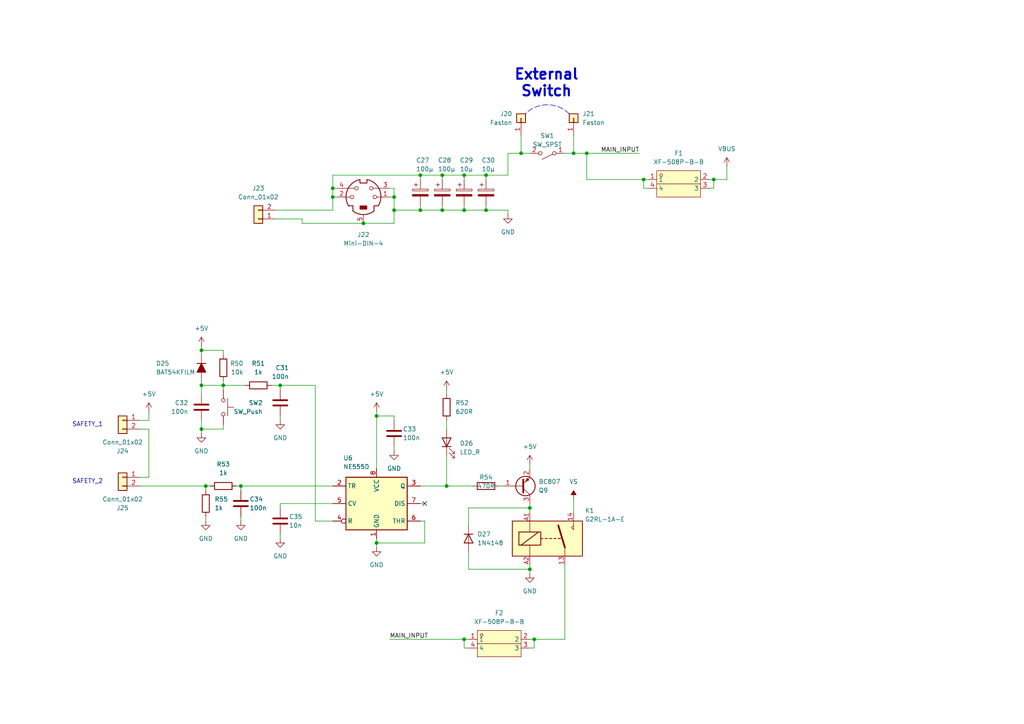
<source format=kicad_sch>
(kicad_sch (version 20250114) (generator "eeschema") (generator_version "9.0")
  (paper "A4")
  (title_block (title "Scorpion max V1") (rev "V1"))
  (lib_symbols
    (symbol "Connector:Mini-DIN-4" (pin_names (offset 1.016))
      (property "Reference" "J26" (at 0.0177 10.16 0))
      (property "Value" "Mini-DIN-4" (at 0.0177 7.62 0))
      (symbol "Mini-DIN-4_0_1"
        (polyline (pts (xy -4.318 -2.54) (xy -3.048 -2.54) (xy -3.048 -4.064)) (stroke (width 0.254)))
        (polyline (pts (xy -3.81 0) (xy -5.08 0)))
        (circle (center -3.302 0) (radius 0.508))
        (polyline (pts (xy -2.54 2.54) (xy -5.08 2.54)))
        (circle (center -2.032 2.54) (radius 0.508))
        (polyline (pts (xy -1.016 5.08) (xy -1.016 4.064) (xy 1.016 4.064) (xy 1.016 5.08)) (stroke (width 0.254)))
        (rectangle (start -1.016 -2.54) (end 1.016 -3.556) (fill (type outline)))
        (arc (start 3.048 -4.064) (mid 0 -5.08) (end -3.048 -4.064) (stroke (width 0.254)))
        (arc (start 1.016 5.08) (mid 4.6646 2.1356) (end 4.318 -2.54) (stroke (width 0.254)))
        (arc (start -4.318 -2.54) (mid -4.6241 2.1181) (end -1.016 5.08) (stroke (width 0.254)))
        (circle (center 2.286 2.54) (radius 0.508))
        (polyline (pts (xy 2.794 2.54) (xy 5.08 2.54)))
        (circle (center 3.302 0) (radius 0.508))
        (polyline (pts (xy 4.318 -2.54) (xy 3.048 -2.54) (xy 3.048 -4.064)) (stroke (width 0.254)))
        (polyline (pts (xy 5.08 0) (xy 3.81 0)))
      )
      (symbol "Mini-DIN-4_1_1"
        (pin passive line (at -7.62 2.54 0) (length 2.54) (name "~") (number "4"))
        (pin passive line (at -7.62 0 0) (length 2.54) (name "~") (number "2"))
        (pin passive line (at 0 -7.62 90) (length 2.54) (name "") (number "5"))
        (pin passive line (at 7.62 2.54 180) (length 2.54) (name "~") (number "3"))
        (pin passive line (at 7.62 0 180) (length 2.54) (name "~") (number "1"))
      )
    )
    (symbol "Connector_Generic:Conn_01x01" (pin_names (offset 1.016) (hide yes))
      (property "Reference" "J" (at 0 2.54 0))
      (property "Value" "Conn_01x01" (at 0 -2.54 0))
      (symbol "Conn_01x01_1_1"
        (rectangle (start -1.27 1.27) (end 1.27 -1.27) (stroke (width 0.254)) (fill (type background)))
        (rectangle (start -1.27 0.127) (end 0 -0.127) (stroke (width 0.1524)))
        (pin passive line (at -5.08 0 0) (length 3.81) (name "Pin_1") (number "1"))
      )
    )
    (symbol "Connector_Generic:Conn_01x02" (pin_names (offset 1.016) (hide yes))
      (property "Reference" "J" (at 0 2.54 0))
      (property "Value" "Conn_01x02" (at 0 -5.08 0))
      (symbol "Conn_01x02_1_1"
        (rectangle (start -1.27 1.27) (end 1.27 -3.81) (stroke (width 0.254)) (fill (type background)))
        (rectangle (start -1.27 0.127) (end 0 -0.127) (stroke (width 0.1524)))
        (rectangle (start -1.27 -2.413) (end 0 -2.667) (stroke (width 0.1524)))
        (pin passive line (at -5.08 0 0) (length 3.81) (name "Pin_1") (number "1"))
        (pin passive line (at -5.08 -2.54 0) (length 3.81) (name "Pin_2") (number "2"))
      )
    )
    (symbol "Device:C" (pin_numbers (hide yes)) (pin_names (offset 0.254))
      (property "Reference" "C" (at 0.635 2.54 0))
      (property "Value" "C" (at 0.635 -2.54 0))
      (symbol "C_0_1"
        (polyline (pts (xy -2.032 0.762) (xy 2.032 0.762)) (stroke (width 0.508)))
        (polyline (pts (xy -2.032 -0.762) (xy 2.032 -0.762)) (stroke (width 0.508)))
      )
      (symbol "C_1_1"
        (pin passive line (at 0 3.81 270) (length 2.794) (name "~") (number "1"))
        (pin passive line (at 0 -3.81 90) (length 2.794) (name "~") (number "2"))
      )
    )
    (symbol "Device:C_Polarized" (pin_numbers (hide yes)) (pin_names (offset 0.254))
      (property "Reference" "C" (at 0.635 2.54 0))
      (property "Value" "C_Polarized" (at 0.635 -2.54 0))
      (symbol "C_Polarized_0_1"
        (rectangle (start -2.286 0.508) (end 2.286 1.016))
        (polyline (pts (xy -1.778 2.286) (xy -0.762 2.286)))
        (polyline (pts (xy -1.27 2.794) (xy -1.27 1.778)))
        (rectangle (start 2.286 -0.508) (end -2.286 -1.016) (fill (type outline)))
      )
      (symbol "C_Polarized_1_1"
        (pin passive line (at 0 3.81 270) (length 2.794) (name "~") (number "1"))
        (pin passive line (at 0 -3.81 90) (length 2.794) (name "~") (number "2"))
      )
    )
    (symbol "Device:D" (pin_numbers (hide yes)) (pin_names (offset 1.016) (hide yes))
      (property "Reference" "D" (at 0 2.54 0))
      (property "Value" "D" (at 0 -2.54 0))
      (symbol "D_0_1"
        (polyline (pts (xy -1.27 1.27) (xy -1.27 -1.27)) (stroke (width 0.254)))
        (polyline (pts (xy 1.27 1.27) (xy 1.27 -1.27) (xy -1.27 0) (xy 1.27 1.27)) (stroke (width 0.254)))
        (polyline (pts (xy 1.27 0) (xy -1.27 0)))
      )
      (symbol "D_1_1"
        (pin passive line (at -3.81 0 0) (length 2.54) (name "K") (number "1"))
        (pin passive line (at 3.81 0 180) (length 2.54) (name "A") (number "2"))
      )
    )
    (symbol "Device:D_Filled" (pin_numbers (hide yes)) (pin_names (offset 1.016) (hide yes))
      (property "Reference" "D" (at 0 2.54 0))
      (property "Value" "D_Filled" (at 0 -2.54 0))
      (symbol "D_Filled_0_1"
        (polyline (pts (xy -1.27 1.27) (xy -1.27 -1.27)) (stroke (width 0.254)))
        (polyline (pts (xy 1.27 1.27) (xy 1.27 -1.27) (xy -1.27 0) (xy 1.27 1.27)) (stroke (width 0.254)) (fill (type outline)))
        (polyline (pts (xy 1.27 0) (xy -1.27 0)))
      )
      (symbol "D_Filled_1_1"
        (pin passive line (at -3.81 0 0) (length 2.54) (name "K") (number "1"))
        (pin passive line (at 3.81 0 180) (length 2.54) (name "A") (number "2"))
      )
    )
    (symbol "Device:LED" (pin_numbers (hide yes)) (pin_names (offset 1.016) (hide yes))
      (property "Reference" "D" (at 0 2.54 0))
      (property "Value" "LED" (at 0 -2.54 0))
      (symbol "LED_0_1"
        (polyline (pts (xy -3.048 -0.762) (xy -4.572 -2.286) (xy -3.81 -2.286) (xy -4.572 -2.286) (xy -4.572 -1.524)))
        (polyline (pts (xy -1.778 -0.762) (xy -3.302 -2.286) (xy -2.54 -2.286) (xy -3.302 -2.286) (xy -3.302 -1.524)))
        (polyline (pts (xy -1.27 0) (xy 1.27 0)))
        (polyline (pts (xy -1.27 -1.27) (xy -1.27 1.27)) (stroke (width 0.254)))
        (polyline (pts (xy 1.27 -1.27) (xy 1.27 1.27) (xy -1.27 0) (xy 1.27 -1.27)) (stroke (width 0.254)))
      )
      (symbol "LED_1_1"
        (pin passive line (at -3.81 0 0) (length 2.54) (name "K") (number "1"))
        (pin passive line (at 3.81 0 180) (length 2.54) (name "A") (number "2"))
      )
    )
    (symbol "Device:R" (pin_numbers (hide yes)) (pin_names (offset 0))
      (property "Reference" "R" (at 2.032 0 90))
      (property "Value" "R" (at 0 0 90))
      (symbol "R_0_1"
        (rectangle (start -1.016 -2.54) (end 1.016 2.54) (stroke (width 0.254)))
      )
      (symbol "R_1_1"
        (pin passive line (at 0 3.81 270) (length 1.27) (name "~") (number "1"))
        (pin passive line (at 0 -3.81 90) (length 1.27) (name "~") (number "2"))
      )
    )
    (symbol "LCSC:XF-508P-B-B"
      (property "Reference" "F" (at 0 6.35 0))
      (property "Value" "XF-508P-B-B" (at 0 -6.35 0))
      (symbol "XF-508P-B-B_0_1"
        (rectangle (start -6.35 3.81) (end 6.35 -3.81) (fill (type background)))
        (circle (center -5.08 2.54) (radius 0.38))
        (polyline (pts (xy 6.35 0) (xy -6.35 0)))
        (pin unspecified line (at -8.89 1.27 0) (length 2.54) (name "1") (number "1"))
        (pin unspecified line (at -8.89 -1.27 0) (length 2.54) (name "4") (number "4"))
        (pin unspecified line (at 8.89 1.27 180) (length 2.54) (name "2") (number "2"))
        (pin unspecified line (at 8.89 -1.27 180) (length 2.54) (name "3") (number "3"))
      )
    )
    (symbol "Relay:G2RL-1A-E"
      (property "Reference" "K" (at 11.43 3.81 0))
      (property "Value" "G2RL-1A-E" (at 11.43 1.27 0))
      (symbol "G2RL-1A-E_0_0"
        (polyline (pts (xy 7.62 5.08) (xy 7.62 2.54) (xy 6.985 3.175) (xy 7.62 3.81)))
      )
      (symbol "G2RL-1A-E_0_1"
        (rectangle (start -10.16 5.08) (end 10.16 -5.08) (stroke (width 0.254)) (fill (type background)))
        (rectangle (start -8.255 1.905) (end -1.905 -1.905) (stroke (width 0.254)))
        (polyline (pts (xy -7.62 -1.905) (xy -2.54 1.905)) (stroke (width 0.254)))
        (polyline (pts (xy -5.08 5.08) (xy -5.08 1.905)))
        (polyline (pts (xy -5.08 -5.08) (xy -5.08 -1.905)))
        (polyline (pts (xy -1.905 0) (xy -1.27 0)) (stroke (width 0.254)))
        (polyline (pts (xy -0.635 0) (xy 0 0)) (stroke (width 0.254)))
        (polyline (pts (xy 0.635 0) (xy 1.27 0)) (stroke (width 0.254)))
        (polyline (pts (xy 1.905 0) (xy 2.54 0)) (stroke (width 0.254)))
        (polyline (pts (xy 3.175 0) (xy 3.81 0)) (stroke (width 0.254)))
        (polyline (pts (xy 5.08 -2.54) (xy 3.175 3.81)) (stroke (width 0.508)))
        (polyline (pts (xy 5.08 -2.54) (xy 5.08 -5.08)))
      )
      (symbol "G2RL-1A-E_1_1"
        (pin passive line (at -5.08 7.62 270) (length 2.54) (name "~") (number "A1"))
        (pin passive line (at -5.08 -7.62 90) (length 2.54) (name "~") (number "A2"))
        (pin passive line (at 5.08 -7.62 90) (length 2.54) (name "~") (number "13"))
        (pin passive line (at 7.62 7.62 270) (length 2.54) (name "~") (number "14"))
      )
    )
    (symbol "Switch:SW_Push" (pin_numbers (hide yes)) (pin_names (offset 1.016) (hide yes))
      (property "Reference" "SW" (at 1.27 2.54 0))
      (property "Value" "SW_Push" (at 0 -1.524 0))
      (symbol "SW_Push_0_1"
        (circle (center -2.032 0) (radius 0.508))
        (polyline (pts (xy 0 1.27) (xy 0 3.048)))
        (circle (center 2.032 0) (radius 0.508))
        (polyline (pts (xy 2.54 1.27) (xy -2.54 1.27)))
        (pin passive line (at -5.08 0 0) (length 2.54) (name "1") (number "1"))
        (pin passive line (at 5.08 0 180) (length 2.54) (name "2") (number "2"))
      )
    )
    (symbol "Switch:SW_SPST" (pin_names (offset 0) (hide yes))
      (property "Reference" "SW1" (at 0 6.35 0))
      (property "Value" "SW_SPST" (at 0 3.81 0))
      (symbol "SW_SPST_0_0"
        (circle (center -2.032 0) (radius 0.508))
        (polyline (pts (xy -1.524 0.254) (xy 1.524 1.778)))
        (circle (center 2.032 0) (radius 0.508))
      )
      (symbol "SW_SPST_1_1"
        (pin passive line (at -5.08 0 0) (length 2.54) (name "A") (number "1"))
        (pin passive line (at 5.08 0 180) (length 2.54) (name "B") (number "2"))
      )
    )
    (symbol "Timer:NE555D"
      (property "Reference" "U" (at -10.16 8.89 0))
      (property "Value" "NE555D" (at 2.54 8.89 0))
      (symbol "NE555D_0_0"
        (pin power_in line (at 0 10.16 270) (length 2.54) (name "VCC") (number "8"))
        (pin power_in line (at 0 -10.16 90) (length 2.54) (name "GND") (number "1"))
      )
      (symbol "NE555D_0_1"
        (rectangle (start -8.89 -7.62) (end 8.89 7.62) (stroke (width 0.254)) (fill (type background)))
        (rectangle (start -8.89 -7.62) (end 8.89 7.62) (stroke (width 0.254)) (fill (type background)))
      )
      (symbol "NE555D_1_1"
        (pin input line (at -12.7 5.08 0) (length 3.81) (name "TR") (number "2"))
        (pin input line (at -12.7 0 0) (length 3.81) (name "CV") (number "5"))
        (pin input inverted (at -12.7 -5.08 0) (length 3.81) (name "R") (number "4"))
        (pin output line (at 12.7 5.08 180) (length 3.81) (name "Q") (number "3"))
        (pin input line (at 12.7 0 180) (length 3.81) (name "DIS") (number "7"))
        (pin input line (at 12.7 -5.08 180) (length 3.81) (name "THR") (number "6"))
      )
    )
    (symbol "Transistor_BJT:BC807" (pin_names (offset 0) (hide yes))
      (property "Reference" "Q" (at 5.08 1.905 0))
      (property "Value" "BC807" (at 5.08 0 0))
      (symbol "BC807_0_1"
        (polyline (pts (xy -2.54 0) (xy 0.635 0)))
        (polyline (pts (xy 0.635 1.905) (xy 0.635 -1.905)) (stroke (width 0.508)))
        (polyline (pts (xy 0.635 0.635) (xy 2.54 2.54)))
        (polyline (pts (xy 0.635 -0.635) (xy 2.54 -2.54)))
        (circle (center 1.27 0) (radius 2.8194) (stroke (width 0.254)))
        (polyline (pts (xy 2.286 -1.778) (xy 1.778 -2.286) (xy 1.27 -1.27) (xy 2.286 -1.778)) (fill (type outline)))
      )
      (symbol "BC807_1_1"
        (pin input line (at -5.08 0 0) (length 2.54) (name "B") (number "1"))
        (pin passive line (at 2.54 5.08 270) (length 2.54) (name "C") (number "3"))
        (pin passive line (at 2.54 -5.08 90) (length 2.54) (name "E") (number "2"))
      )
    )
    (symbol "power:+5V" (power) (pin_numbers (hide yes)) (pin_names (offset 0) (hide yes))
      (property "Value" "+5V" (at 0 3.556 0))
      (symbol "+5V_0_1"
        (polyline (pts (xy -0.762 1.27) (xy 0 2.54)))
        (polyline (pts (xy 0 2.54) (xy 0.762 1.27)))
        (polyline (pts (xy 0 0) (xy 0 2.54)))
      )
      (symbol "+5V_1_1"
        (pin power_in line (at 0 0 90) (length 0) (name "~") (number "1"))
      )
    )
    (symbol "power:GND" (power) (pin_numbers (hide yes)) (pin_names (offset 0) (hide yes))
      (property "Value" "GND" (at 0 -3.81 0))
      (symbol "GND_0_1"
        (polyline (pts (xy 0 0) (xy 0 -1.27) (xy 1.27 -1.27) (xy 0 -2.54) (xy -1.27 -1.27) (xy 0 -1.27)))
      )
      (symbol "GND_1_1"
        (pin power_in line (at 0 0 270) (length 0) (name "~") (number "1"))
      )
    )
    (symbol "power:VBUS" (power) (pin_numbers (hide yes)) (pin_names (offset 0) (hide yes))
      (property "Value" "VBUS" (at 0 3.556 0))
      (symbol "VBUS_0_1"
        (polyline (pts (xy -0.762 1.27) (xy 0 2.54)))
        (polyline (pts (xy 0 2.54) (xy 0.762 1.27)))
        (polyline (pts (xy 0 0) (xy 0 2.54)))
      )
      (symbol "VBUS_1_1"
        (pin power_in line (at 0 0 90) (length 0) (name "~") (number "1"))
      )
    )
    (symbol "power:VS" (power) (pin_numbers (hide yes)) (pin_names (offset 0) (hide yes))
      (property "Value" "VS" (at 0 3.556 0))
      (symbol "VS_0_1"
        (polyline (pts (xy 0 0) (xy 0 2.54)))
        (polyline (pts (xy 0.762 1.27) (xy -0.762 1.27) (xy 0 2.54) (xy 0.762 1.27)) (fill (type outline)))
      )
      (symbol "VS_1_1"
        (pin power_in line (at 0 0 90) (length 0) (name "~") (number "1"))
      )
    )
  )
  (arc (start 152.4 33.02) (mid 158.75 30.3897) (end 165.1 33.02) (stroke (width 0) (type dash)))
  (text "SAFETY_1" (at 25.4 123.19 0) (effects (font (size 1.27 1.27))))
  (text "External\nSwitch\n" (at 158.496 24.13 0) (effects (font (size 3 3) (thickness 0.6) (bold yes))))
  (text "SAFETY_2\n" (at 25.4 139.7 0) (effects (font (size 1.27 1.27))))
  (junction (at 207.01 52.07))
  (junction (at 151.13 44.45))
  (junction (at 166.37 44.45))
  (junction (at 134.62 60.96))
  (junction (at 96.52 57.15))
  (junction (at 154.94 185.42))
  (junction (at 134.62 50.8))
  (junction (at 96.52 54.61))
  (junction (at 140.97 50.8))
  (junction (at 153.67 165.1))
  (junction (at 128.27 50.8))
  (junction (at 58.42 124.46))
  (junction (at 114.3 60.96))
  (junction (at 129.54 140.97))
  (junction (at 58.42 111.76))
  (junction (at 121.92 60.96))
  (junction (at 134.62 185.42))
  (junction (at 170.18 44.45))
  (junction (at 69.85 140.97))
  (junction (at 140.97 60.96))
  (junction (at 64.77 111.76))
  (junction (at 186.69 52.07))
  (junction (at 153.67 147.32))
  (junction (at 81.28 111.76))
  (junction (at 121.92 50.8))
  (junction (at 114.3 57.15))
  (junction (at 128.27 60.96))
  (junction (at 109.22 157.48))
  (junction (at 59.69 140.97))
  (junction (at 109.22 120.65))
  (junction (at 105.41 64.77))
  (junction (at 58.42 101.6))
  (no_connect (at 123.19 146.05))
  (wire (pts (xy 81.28 146.05) (xy 81.28 147.32)))
  (wire (pts (xy 58.42 101.6) (xy 64.77 101.6)))
  (wire (pts (xy 135.89 152.4) (xy 135.89 147.32)))
  (wire (pts (xy 163.83 163.83) (xy 163.83 185.42)))
  (wire (pts (xy 69.85 140.97) (xy 96.52 140.97)))
  (wire (pts (xy 128.27 60.96) (xy 134.62 60.96)))
  (wire (pts (xy 140.97 50.8) (xy 147.32 50.8)))
  (wire (pts (xy 114.3 57.15) (xy 114.3 60.96)))
  (wire (pts (xy 64.77 110.49) (xy 64.77 111.76)))
  (wire (pts (xy 58.42 114.3) (xy 58.42 111.76)))
  (wire (pts (xy 134.62 60.96) (xy 140.97 60.96)))
  (wire (pts (xy 135.89 165.1) (xy 153.67 165.1)))
  (wire (pts (xy 170.18 44.45) (xy 170.18 52.07)))
  (wire (pts (xy 129.54 132.08) (xy 129.54 140.97)))
  (wire (pts (xy 59.69 151.13) (xy 59.69 149.86)))
  (wire (pts (xy 114.3 120.65) (xy 114.3 121.92)))
  (wire (pts (xy 91.44 111.76) (xy 91.44 151.13)))
  (wire (pts (xy 207.01 54.61) (xy 205.74 54.61)))
  (wire (pts (xy 114.3 54.61) (xy 113.03 54.61)))
  (wire (pts (xy 58.42 124.46) (xy 58.42 121.92)))
  (wire (pts (xy 113.03 185.42) (xy 134.62 185.42)))
  (wire (pts (xy 210.82 52.07) (xy 210.82 48.26)))
  (wire (pts (xy 121.92 140.97) (xy 129.54 140.97)))
  (wire (pts (xy 153.67 166.37) (xy 153.67 165.1)))
  (wire (pts (xy 147.32 62.23) (xy 147.32 60.96)))
  (wire (pts (xy 64.77 111.76) (xy 64.77 113.03)))
  (wire (pts (xy 186.69 54.61) (xy 187.96 54.61)))
  (wire (pts (xy 166.37 44.45) (xy 170.18 44.45)))
  (wire (pts (xy 87.63 64.77) (xy 105.41 64.77)))
  (wire (pts (xy 166.37 144.78) (xy 166.37 148.59)))
  (wire (pts (xy 58.42 111.76) (xy 58.42 110.49)))
  (wire (pts (xy 135.89 147.32) (xy 153.67 147.32)))
  (wire (pts (xy 80.01 60.96) (xy 96.52 60.96)))
  (wire (pts (xy 154.94 187.96) (xy 153.67 187.96)))
  (wire (pts (xy 96.52 60.96) (xy 96.52 57.15)))
  (wire (pts (xy 121.92 50.8) (xy 128.27 50.8)))
  (wire (pts (xy 129.54 124.46) (xy 129.54 121.92)))
  (wire (pts (xy 69.85 140.97) (xy 69.85 142.24)))
  (wire (pts (xy 58.42 125.73) (xy 58.42 124.46)))
  (wire (pts (xy 69.85 151.13) (xy 69.85 149.86)))
  (wire (pts (xy 166.37 39.37) (xy 166.37 44.45)))
  (wire (pts (xy 64.77 123.19) (xy 64.77 124.46)))
  (wire (pts (xy 96.52 54.61) (xy 96.52 50.8)))
  (wire (pts (xy 96.52 57.15) (xy 96.52 54.61)))
  (wire (pts (xy 58.42 100.33) (xy 58.42 101.6)))
  (wire (pts (xy 81.28 156.21) (xy 81.28 154.94)))
  (wire (pts (xy 151.13 39.37) (xy 151.13 44.45)))
  (wire (pts (xy 114.3 57.15) (xy 113.03 57.15)))
  (wire (pts (xy 140.97 59.69) (xy 140.97 60.96)))
  (wire (pts (xy 109.22 158.75) (xy 109.22 157.48)))
  (wire (pts (xy 153.67 165.1) (xy 153.67 163.83)))
  (wire (pts (xy 58.42 102.87) (xy 58.42 101.6)))
  (wire (pts (xy 40.64 138.43) (xy 43.18 138.43)))
  (wire (pts (xy 147.32 50.8) (xy 147.32 44.45)))
  (wire (pts (xy 129.54 113.03) (xy 129.54 114.3)))
  (wire (pts (xy 140.97 50.8) (xy 140.97 52.07)))
  (wire (pts (xy 40.64 121.92) (xy 43.18 121.92)))
  (wire (pts (xy 121.92 151.13) (xy 123.19 151.13)))
  (wire (pts (xy 135.89 160.02) (xy 135.89 165.1)))
  (wire (pts (xy 134.62 187.96) (xy 135.89 187.96)))
  (wire (pts (xy 81.28 146.05) (xy 96.52 146.05)))
  (wire (pts (xy 64.77 101.6) (xy 64.77 102.87)))
  (wire (pts (xy 128.27 50.8) (xy 134.62 50.8)))
  (wire (pts (xy 123.19 151.13) (xy 123.19 157.48)))
  (wire (pts (xy 123.19 157.48) (xy 109.22 157.48)))
  (wire (pts (xy 96.52 54.61) (xy 97.79 54.61)))
  (wire (pts (xy 144.78 140.97) (xy 146.05 140.97)))
  (wire (pts (xy 207.01 52.07) (xy 210.82 52.07)))
  (wire (pts (xy 109.22 135.89) (xy 109.22 120.65)))
  (wire (pts (xy 151.13 44.45) (xy 153.67 44.45)))
  (wire (pts (xy 114.3 64.77) (xy 105.41 64.77)))
  (wire (pts (xy 109.22 120.65) (xy 109.22 119.38)))
  (wire (pts (xy 134.62 50.8) (xy 140.97 50.8)))
  (wire (pts (xy 163.83 44.45) (xy 166.37 44.45)))
  (wire (pts (xy 80.01 63.5) (xy 87.63 63.5)))
  (wire (pts (xy 134.62 185.42) (xy 134.62 187.96)))
  (wire (pts (xy 207.01 52.07) (xy 207.01 54.61)))
  (wire (pts (xy 153.67 185.42) (xy 154.94 185.42)))
  (wire (pts (xy 97.79 57.15) (xy 96.52 57.15)))
  (wire (pts (xy 153.67 147.32) (xy 153.67 146.05)))
  (wire (pts (xy 170.18 52.07) (xy 186.69 52.07)))
  (wire (pts (xy 87.63 63.5) (xy 87.63 64.77)))
  (wire (pts (xy 114.3 54.61) (xy 114.3 57.15)))
  (wire (pts (xy 81.28 111.76) (xy 78.74 111.76)))
  (wire (pts (xy 68.58 140.97) (xy 69.85 140.97)))
  (wire (pts (xy 147.32 44.45) (xy 151.13 44.45)))
  (wire (pts (xy 96.52 50.8) (xy 121.92 50.8)))
  (wire (pts (xy 134.62 50.8) (xy 134.62 52.07)))
  (wire (pts (xy 121.92 50.8) (xy 121.92 52.07)))
  (wire (pts (xy 134.62 185.42) (xy 135.89 185.42)))
  (wire (pts (xy 96.52 151.13) (xy 91.44 151.13)))
  (wire (pts (xy 43.18 121.92) (xy 43.18 119.38)))
  (wire (pts (xy 109.22 120.65) (xy 114.3 120.65)))
  (wire (pts (xy 114.3 130.81) (xy 114.3 129.54)))
  (wire (pts (xy 43.18 124.46) (xy 40.64 124.46)))
  (wire (pts (xy 154.94 185.42) (xy 163.83 185.42)))
  (wire (pts (xy 114.3 60.96) (xy 114.3 64.77)))
  (wire (pts (xy 64.77 111.76) (xy 71.12 111.76)))
  (wire (pts (xy 81.28 113.03) (xy 81.28 111.76)))
  (wire (pts (xy 59.69 142.24) (xy 59.69 140.97)))
  (wire (pts (xy 186.69 52.07) (xy 186.69 54.61)))
  (wire (pts (xy 153.67 148.59) (xy 153.67 147.32)))
  (wire (pts (xy 121.92 60.96) (xy 128.27 60.96)))
  (wire (pts (xy 121.92 59.69) (xy 121.92 60.96)))
  (wire (pts (xy 114.3 60.96) (xy 121.92 60.96)))
  (wire (pts (xy 140.97 60.96) (xy 147.32 60.96)))
  (wire (pts (xy 205.74 52.07) (xy 207.01 52.07)))
  (wire (pts (xy 64.77 111.76) (xy 58.42 111.76)))
  (wire (pts (xy 153.67 134.62) (xy 153.67 135.89)))
  (wire (pts (xy 81.28 121.92) (xy 81.28 120.65)))
  (wire (pts (xy 40.64 140.97) (xy 59.69 140.97)))
  (wire (pts (xy 134.62 59.69) (xy 134.62 60.96)))
  (wire (pts (xy 121.92 146.05) (xy 123.19 146.05)))
  (wire (pts (xy 170.18 44.45) (xy 185.42 44.45)))
  (wire (pts (xy 81.28 111.76) (xy 91.44 111.76)))
  (wire (pts (xy 59.69 140.97) (xy 60.96 140.97)))
  (wire (pts (xy 64.77 124.46) (xy 58.42 124.46)))
  (wire (pts (xy 43.18 138.43) (xy 43.18 124.46)))
  (wire (pts (xy 128.27 50.8) (xy 128.27 52.07)))
  (wire (pts (xy 109.22 157.48) (xy 109.22 156.21)))
  (wire (pts (xy 128.27 59.69) (xy 128.27 60.96)))
  (wire (pts (xy 154.94 185.42) (xy 154.94 187.96)))
  (wire (pts (xy 186.69 52.07) (xy 187.96 52.07)))
  (wire (pts (xy 129.54 140.97) (xy 137.16 140.97)))
  (label "MAIN_INPUT" (at 113.03 185.42 0))
  (label "MAIN_INPUT" (at 185.42 44.45 180))
  (symbol (lib_id "power:GND") (at 114.3 130.81 0) (unit 1)
    (property "Reference" "#PWR0101" (effects (hide yes)))
    (property "Value" "GND" (at 114.3 135.89 0))
    (property "Description" "Power symbol creates a global label with name \"GND\" , ground" (effects (hide yes)))
  )
  (symbol (lib_id "Relay:G2RL-1A-E") (at 158.75 156.21 0) (unit 1)
    (property "Reference" "K1" (at 169.672 148.082 0) (effects (justify left)))
    (property "Value" "G2RL-1A-E" (at 169.672 150.622 0) (effects (justify left)))
    (property "Footprint" "Relay_THT:Relay_SPST_Omron_G2RL-1A-E" (effects (hide yes)))
    (property "Datasheet" "https://omronfs.omron.com/en_US/ecb/products/pdf/en-g2rl.pdf" (effects (hide yes)))
    (property "Description" "General Purpose Low Profile Relay SPST Through Hole High Capacity, Omron G2RL series, Normally Open, 16A 250VAC" (effects (hide yes)))
  )
  (symbol (lib_id "Connector_Generic:Conn_01x02") (at 35.56 121.92 0) (mirror y) (unit 1)
    (property "Reference" "J24" (at 35.56 130.81 0))
    (property "Value" "Conn_01x02" (at 35.56 128.27 0))
    (property "Footprint" "Connector_PinHeader_2.54mm:PinHeader_1x02_P2.54mm_Vertical" (effects (hide yes)))
    (property "Description" "Generic connector, single row, 01x02, script generated (kicad-library-utils/schlib/autogen/connector/)" (effects (hide yes)))
  )
  (symbol (lib_id "Connector_Generic:Conn_01x01") (at 151.13 34.29 270) (mirror x) (unit 1)
    (property "Reference" "J20" (at 148.59 33.0199 90) (effects (justify right)))
    (property "Value" "Faston" (at 148.59 35.5599 90) (effects (justify right)))
    (property "Footprint" "LCSC:CONN-TH_63849-1" (effects (hide yes)))
    (property "Description" "Generic connector, single row, 01x01, script generated (kicad-library-utils/schlib/autogen/connector/)" (effects (hide yes)))
  )
  (symbol (lib_id "Device:C_Polarized") (at 140.97 55.88 0) (unit 1)
    (property "Reference" "C30" (at 139.7 46.482 0) (effects (justify left)))
    (property "Value" "10μ" (at 139.7 49.022 0) (effects (justify left)))
    (property "Footprint" "Capacitor_SMD:CP_Elec_6.3x5.8" (effects (hide yes)))
    (property "Description" "Polarized capacitor" (effects (hide yes)))
  )
  (symbol (lib_id "Device:D_Filled") (at 58.42 106.68 90) (mirror x) (unit 1)
    (property "Reference" "D25" (at 45.212 105.41 90) (effects (justify right)))
    (property "Value" "BAT54KFILM" (at 45.212 107.95 90) (effects (justify right)))
    (property "Footprint" "Diode_SMD:D_SOD-523" (effects (hide yes)))
    (property "Description" "Diode, filled shape" (effects (hide yes)))
    (property "Sim.Device" "D" (effects (hide yes)))
    (property "Sim.Pins" "1=K 2=A" (effects (hide yes)))
  )
  (symbol (lib_id "Timer:NE555D") (at 109.22 146.05 0) (unit 1)
    (property "Reference" "U6" (at 99.568 132.842 0) (effects (justify left)))
    (property "Value" "NE555D" (at 99.568 135.382 0) (effects (justify left)))
    (property "Footprint" "Package_SO:SOIC-8_3.9x4.9mm_P1.27mm" (effects (hide yes)))
    (property "Datasheet" "http://www.ti.com/lit/ds/symlink/ne555.pdf" (effects (hide yes)))
    (property "Description" "Precision Timers, 555 compatible, SOIC-8" (effects (hide yes)))
  )
  (symbol (lib_id "Device:R") (at 129.54 118.11 180) (unit 1)
    (property "Reference" "R52" (at 132.08 116.8399 0) (effects (justify right)))
    (property "Value" "620R" (at 132.08 119.3799 0) (effects (justify right)))
    (property "Footprint" "Resistor_SMD:R_0603_1608Metric" (effects (hide yes)))
    (property "Description" "Resistor" (effects (hide yes)))
  )
  (symbol (lib_id "Switch:SW_SPST") (at 158.75 44.45 180) (unit 1)
    (property "Reference" "SW1" (at 158.75 39.37 0))
    (property "Value" "SW_SPST" (at 158.75 41.91 0))
    (property "Footprint" "LCSC:SW-TH_SDDJF31100" (effects (hide yes)))
    (property "Description" "Single Pole Single Throw (SPST) switch" (effects (hide yes)))
  )
  (symbol (lib_id "Transistor_BJT:BC807") (at 151.13 140.97 0) (mirror x) (unit 1)
    (property "Reference" "Q9" (at 156.21 142.2401 0) (effects (justify left)))
    (property "Value" "BC807" (at 156.21 139.7001 0) (effects (justify left)))
    (property "Footprint" "Package_TO_SOT_SMD:SOT-23" (effects (hide yes)))
    (property "Datasheet" "https://www.onsemi.com/pub/Collateral/BC808-D.pdf" (effects (hide yes)))
    (property "Description" "0.8A Ic, 45V Vce, PNP Transistor, SOT-23" (effects (hide yes)))
  )
  (symbol (lib_id "Device:C") (at 58.42 118.11 0) (mirror y) (unit 1)
    (property "Reference" "C32" (at 54.61 116.8399 0) (effects (justify left)))
    (property "Value" "100n" (at 54.61 119.3799 0) (effects (justify left)))
    (property "Footprint" "Capacitor_SMD:C_0603_1608Metric" (effects (hide yes)))
    (property "Description" "Unpolarized capacitor" (effects (hide yes)))
  )
  (symbol (lib_id "power:GND") (at 58.42 125.73 0) (mirror y) (unit 1)
    (property "Reference" "#PWR0100" (effects (hide yes)))
    (property "Value" "GND" (at 58.42 130.81 0))
    (property "Description" "Power symbol creates a global label with name \"GND\" , ground" (effects (hide yes)))
  )
  (symbol (lib_id "Device:R") (at 140.97 140.97 90) (unit 1)
    (property "Reference" "R54" (at 140.97 138.43 90))
    (property "Value" "470R" (at 140.97 140.97 90))
    (property "Footprint" "Resistor_SMD:R_0603_1608Metric" (effects (hide yes)))
    (property "Description" "Resistor" (effects (hide yes)))
  )
  (symbol (lib_id "power:GND") (at 147.32 62.23 0) (unit 1)
    (property "Reference" "#PWR094" (effects (hide yes)))
    (property "Value" "GND" (at 147.32 67.31 0))
    (property "Description" "Power symbol creates a global label with name \"GND\" , ground" (effects (hide yes)))
  )
  (symbol (lib_id "power:+5V") (at 153.67 134.62 0) (unit 1)
    (property "Reference" "#PWR0102" (effects (hide yes)))
    (property "Value" "+5V" (at 153.67 129.54 0))
    (property "Description" "Power symbol creates a global label with name \"+5V\"" (effects (hide yes)))
  )
  (symbol (lib_id "Device:C_Polarized") (at 121.92 55.88 0) (unit 1)
    (property "Reference" "C27" (at 120.65 46.482 0) (effects (justify left)))
    (property "Value" "100μ" (at 120.65 49.022 0) (effects (justify left)))
    (property "Footprint" "Capacitor_SMD:CP_Elec_10x10" (effects (hide yes)))
    (property "Description" "Polarized capacitor" (effects (hide yes)))
  )
  (symbol (lib_id "power:GND") (at 109.22 158.75 0) (unit 1)
    (property "Reference" "#PWR0107" (effects (hide yes)))
    (property "Value" "GND" (at 109.22 163.83 0))
    (property "Description" "Power symbol creates a global label with name \"GND\" , ground" (effects (hide yes)))
  )
  (symbol (lib_id "power:GND") (at 81.28 156.21 0) (unit 1)
    (property "Reference" "#PWR0106" (effects (hide yes)))
    (property "Value" "GND" (at 81.28 161.29 0))
    (property "Description" "Power symbol creates a global label with name \"GND\" , ground" (effects (hide yes)))
  )
  (symbol (lib_id "Connector_Generic:Conn_01x02") (at 74.93 63.5 180) (unit 1)
    (property "Reference" "J23" (at 74.93 54.61 0))
    (property "Value" "Conn_01x02" (at 74.93 57.15 0))
    (property "Footprint" "LCSC:CONN-TH_MKDS3-2-5.08" (effects (hide yes)))
    (property "Description" "Generic connector, single row, 01x02, script generated (kicad-library-utils/schlib/autogen/connector/)" (effects (hide yes)))
  )
  (symbol (lib_id "power:GND") (at 153.67 166.37 0) (unit 1)
    (property "Reference" "#PWR0108" (effects (hide yes)))
    (property "Value" "GND" (at 153.67 171.45 0))
    (property "Description" "Power symbol creates a global label with name \"GND\" , ground" (effects (hide yes)))
  )
  (symbol (lib_id "power:GND") (at 69.85 151.13 0) (unit 1)
    (property "Reference" "#PWR0105" (effects (hide yes)))
    (property "Value" "GND" (at 69.85 156.21 0))
    (property "Description" "Power symbol creates a global label with name \"GND\" , ground" (effects (hide yes)))
  )
  (symbol (lib_id "power:+5V") (at 58.42 100.33 0) (unit 1)
    (property "Reference" "#PWR095" (effects (hide yes)))
    (property "Value" "+5V" (at 58.42 95.25 0))
    (property "Description" "Power symbol creates a global label with name \"+5V\"" (effects (hide yes)))
  )
  (symbol (lib_id "LCSC:XF-508P-B-B") (at 196.85 53.34 0) (unit 1)
    (property "Reference" "F1" (at 196.85 44.45 0))
    (property "Value" "XF-508P-B-B" (at 196.85 46.99 0))
    (property "Footprint" "LCSC:FUSE-TH_4P-L16.0-W6.7" (effects (hide yes)))
    (property "LCSC Part" "C19727305" (effects (hide yes)))
  )
  (symbol (lib_id "Device:C") (at 69.85 146.05 0) (unit 1)
    (property "Reference" "C34" (at 72.39 144.78 0) (effects (justify left)))
    (property "Value" "100n" (at 72.39 147.32 0) (effects (justify left)))
    (property "Footprint" "Capacitor_SMD:C_0603_1608Metric" (effects (hide yes)))
    (property "Description" "Unpolarized capacitor" (effects (hide yes)))
  )
  (symbol (lib_id "Device:C") (at 81.28 151.13 0) (unit 1)
    (property "Reference" "C35" (at 83.82 149.86 0) (effects (justify left)))
    (property "Value" "10n" (at 83.82 152.4 0) (effects (justify left)))
    (property "Footprint" "Capacitor_SMD:C_0603_1608Metric" (effects (hide yes)))
    (property "Description" "Unpolarized capacitor" (effects (hide yes)))
  )
  (symbol (lib_id "Switch:SW_Push") (at 64.77 118.11 270) (mirror x) (unit 1)
    (property "Reference" "SW2" (at 76.2 116.84 90) (effects (justify right)))
    (property "Value" "SW_Push" (at 76.2 119.38 90) (effects (justify right)))
    (property "Footprint" "SamacSys_Parts:B3F3120" (effects (hide yes)))
    (property "Description" "Push button switch, generic, two pins" (effects (hide yes)))
  )
  (symbol (lib_id "Connector_Generic:Conn_01x01") (at 166.37 34.29 90) (unit 1)
    (property "Reference" "J21" (at 168.91 33.0199 90) (effects (justify right)))
    (property "Value" "Faston" (at 168.91 35.5599 90) (effects (justify right)))
    (property "Footprint" "LCSC:CONN-TH_63849-1" (effects (hide yes)))
    (property "Description" "Generic connector, single row, 01x01, script generated (kicad-library-utils/schlib/autogen/connector/)" (effects (hide yes)))
  )
  (symbol (lib_id "Device:C_Polarized") (at 128.27 55.88 0) (unit 1)
    (property "Reference" "C28" (at 127 46.482 0) (effects (justify left)))
    (property "Value" "100μ" (at 127 49.022 0) (effects (justify left)))
    (property "Footprint" "Capacitor_SMD:CP_Elec_10x10" (effects (hide yes)))
    (property "Description" "Polarized capacitor" (effects (hide yes)))
  )
  (symbol (lib_id "Device:LED") (at 129.54 128.27 90) (unit 1)
    (property "Reference" "D26" (at 133.35 128.5874 90) (effects (justify right)))
    (property "Value" "LED_R" (at 133.35 131.1274 90) (effects (justify right)))
    (property "Footprint" "LED_SMD:LED_0603_1608Metric" (effects (hide yes)))
    (property "Description" "Light emitting diode" (effects (hide yes)))
    (property "Sim.Pins" "1=K 2=A" (effects (hide yes)))
  )
  (symbol (lib_id "power:GND") (at 81.28 121.92 0) (mirror y) (unit 1)
    (property "Reference" "#PWR099" (effects (hide yes)))
    (property "Value" "GND" (at 81.28 127 0))
    (property "Description" "Power symbol creates a global label with name \"GND\" , ground" (effects (hide yes)))
  )
  (symbol (lib_id "Device:D") (at 135.89 156.21 270) (unit 1)
    (property "Reference" "D27" (at 138.43 154.9399 90) (effects (justify left)))
    (property "Value" "1N4148" (at 138.43 157.4799 90) (effects (justify left)))
    (property "Footprint" "Diode_SMD:D_SOD-523" (effects (hide yes)))
    (property "Description" "Diode" (effects (hide yes)))
    (property "Sim.Device" "D" (effects (hide yes)))
    (property "Sim.Pins" "1=K 2=A" (effects (hide yes)))
  )
  (symbol (lib_id "LCSC:XF-508P-B-B") (at 144.78 186.69 0) (unit 1)
    (property "Reference" "F2" (at 144.78 177.8 0))
    (property "Value" "XF-508P-B-B" (at 144.78 180.34 0))
    (property "Footprint" "LCSC:FUSE-TH_4P-L16.0-W6.7" (effects (hide yes)))
    (property "LCSC Part" "C19727305" (effects (hide yes)))
  )
  (symbol (lib_id "power:VBUS") (at 210.82 48.26 0) (unit 1)
    (property "Reference" "#PWR093" (effects (hide yes)))
    (property "Value" "VBUS" (at 210.82 43.18 0))
    (property "Description" "Power symbol creates a global label with name \"VBUS\"" (effects (hide yes)))
  )
  (symbol (lib_id "Device:C") (at 114.3 125.73 0) (unit 1)
    (property "Reference" "C33" (at 116.84 124.46 0) (effects (justify left)))
    (property "Value" "100n" (at 116.84 127 0) (effects (justify left)))
    (property "Footprint" "Capacitor_SMD:C_0603_1608Metric" (effects (hide yes)))
    (property "Description" "Unpolarized capacitor" (effects (hide yes)))
  )
  (symbol (lib_id "Device:C_Polarized") (at 134.62 55.88 0) (unit 1)
    (property "Reference" "C29" (at 133.35 46.482 0) (effects (justify left)))
    (property "Value" "10μ" (at 133.35 49.022 0) (effects (justify left)))
    (property "Footprint" "Capacitor_SMD:CP_Elec_6.3x5.8" (effects (hide yes)))
    (property "Description" "Polarized capacitor" (effects (hide yes)))
  )
  (symbol (lib_id "Device:R") (at 59.69 146.05 180) (unit 1)
    (property "Reference" "R55" (at 62.23 144.7799 0) (effects (justify right)))
    (property "Value" "1k" (at 62.23 147.3199 0) (effects (justify right)))
    (property "Footprint" "Resistor_SMD:R_0603_1608Metric" (effects (hide yes)))
    (property "Description" "Resistor" (effects (hide yes)))
  )
  (symbol (lib_id "power:GND") (at 59.69 151.13 0) (unit 1)
    (property "Reference" "#PWR0104" (effects (hide yes)))
    (property "Value" "GND" (at 59.69 156.21 0))
    (property "Description" "Power symbol creates a global label with name \"GND\" , ground" (effects (hide yes)))
  )
  (symbol (lib_id "Device:R") (at 74.93 111.76 90) (unit 1)
    (property "Reference" "R51" (at 74.93 105.41 90))
    (property "Value" "1k" (at 74.93 107.95 90))
    (property "Footprint" "Resistor_SMD:R_0603_1608Metric" (effects (hide yes)))
    (property "Description" "Resistor" (effects (hide yes)))
  )
  (symbol (lib_id "power:+5V") (at 129.54 113.03 0) (unit 1)
    (property "Reference" "#PWR096" (effects (hide yes)))
    (property "Value" "+5V" (at 129.54 107.95 0))
    (property "Description" "Power symbol creates a global label with name \"+5V\"" (effects (hide yes)))
  )
  (symbol (lib_id "Device:R") (at 64.77 106.68 0) (mirror x) (unit 1)
    (property "Reference" "R50" (at 70.612 105.41 0) (effects (justify right)))
    (property "Value" "10k" (at 70.612 107.95 0) (effects (justify right)))
    (property "Footprint" "Resistor_SMD:R_0603_1608Metric" (effects (hide yes)))
    (property "Description" "Resistor" (effects (hide yes)))
  )
  (symbol (lib_id "power:+5V") (at 43.18 119.38 0) (unit 1)
    (property "Reference" "#PWR097" (effects (hide yes)))
    (property "Value" "+5V" (at 43.18 114.3 0))
    (property "Description" "Power symbol creates a global label with name \"+5V\"" (effects (hide yes)))
  )
  (symbol (lib_id "Device:R") (at 64.77 140.97 90) (unit 1)
    (property "Reference" "R53" (at 64.77 134.62 90))
    (property "Value" "1k" (at 64.77 137.16 90))
    (property "Footprint" "Resistor_SMD:R_0603_1608Metric" (effects (hide yes)))
    (property "Description" "Resistor" (effects (hide yes)))
  )
  (symbol (lib_id "Connector_Generic:Conn_01x02") (at 35.56 138.43 0) (mirror y) (unit 1)
    (property "Reference" "J25" (at 35.56 147.32 0))
    (property "Value" "Conn_01x02" (at 35.56 144.78 0))
    (property "Footprint" "Connector_PinHeader_2.54mm:PinHeader_1x02_P2.54mm_Vertical" (effects (hide yes)))
    (property "Description" "Generic connector, single row, 01x02, script generated (kicad-library-utils/schlib/autogen/connector/)" (effects (hide yes)))
  )
  (symbol (lib_id "Device:C") (at 81.28 116.84 0) (mirror y) (unit 1)
    (property "Reference" "C31" (at 83.82 106.68 0) (effects (justify left)))
    (property "Value" "100n" (at 83.82 109.22 0) (effects (justify left)))
    (property "Footprint" "Capacitor_SMD:C_0603_1608Metric" (effects (hide yes)))
    (property "Description" "Unpolarized capacitor" (effects (hide yes)))
  )
  (symbol (lib_id "Connector:Mini-DIN-4") (at 105.41 57.15 0) (unit 1)
    (property "Reference" "J22" (at 105.41 68.072 0))
    (property "Value" "Mini-DIN-4" (at 105.41 70.612 0))
    (property "Footprint" "LCSC:CONN-TH_DIN-422" (effects (hide yes)))
    (property "Datasheet" "http://service.powerdynamics.com/ec/Catalog17/Section%2011.pdf" (effects (hide yes)))
    (property "Description" "4-pin Mini-DIN connector" (effects (hide yes)))
  )
  (symbol (lib_id "power:VS") (at 166.37 144.78 0) (unit 1)
    (property "Reference" "#PWR0103" (effects (hide yes)))
    (property "Value" "VS" (at 166.37 139.7 0))
    (property "Description" "Power symbol creates a global label with name \"VS\"" (effects (hide yes)))
  )
  (symbol (lib_id "power:+5V") (at 109.22 119.38 0) (unit 1)
    (property "Reference" "#PWR098" (effects (hide yes)))
    (property "Value" "+5V" (at 109.22 114.3 0))
    (property "Description" "Power symbol creates a global label with name \"+5V\"" (effects (hide yes)))
  )
)
</source>
